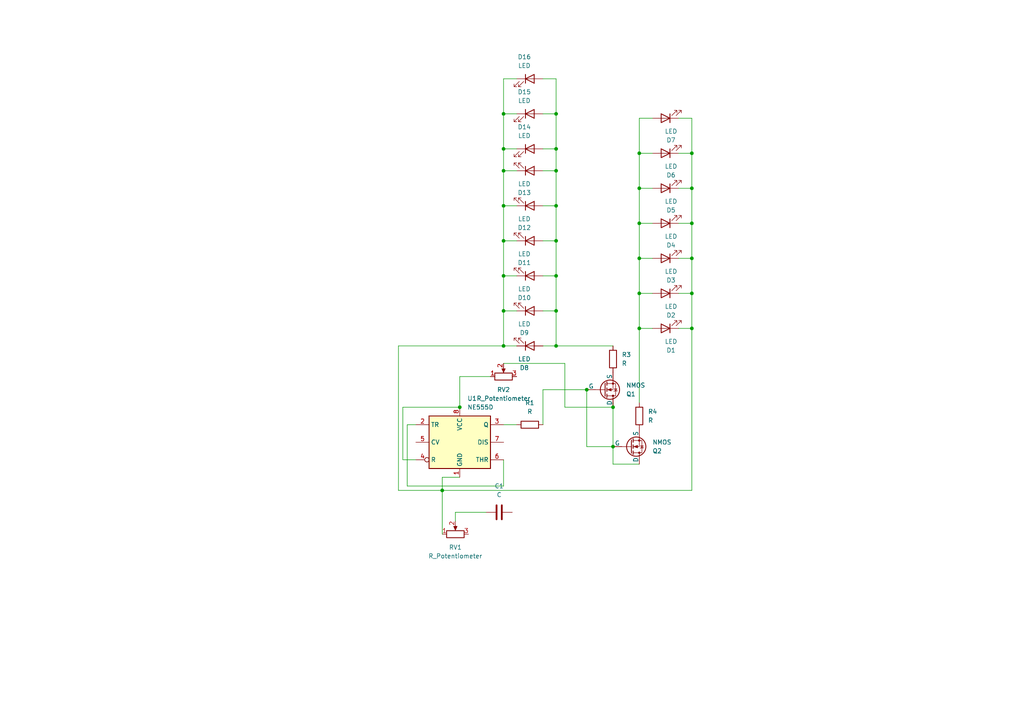
<source format=kicad_sch>
(kicad_sch (version 20230121) (generator eeschema)

  (uuid 7df09dd3-770b-4fea-902e-734988709198)

  (paper "A4")

  (lib_symbols
    (symbol "Device:C" (pin_numbers hide) (pin_names (offset 0.254)) (in_bom yes) (on_board yes)
      (property "Reference" "C" (at 0.635 2.54 0)
        (effects (font (size 1.27 1.27)) (justify left))
      )
      (property "Value" "C" (at 0.635 -2.54 0)
        (effects (font (size 1.27 1.27)) (justify left))
      )
      (property "Footprint" "" (at 0.9652 -3.81 0)
        (effects (font (size 1.27 1.27)) hide)
      )
      (property "Datasheet" "~" (at 0 0 0)
        (effects (font (size 1.27 1.27)) hide)
      )
      (property "ki_keywords" "cap capacitor" (at 0 0 0)
        (effects (font (size 1.27 1.27)) hide)
      )
      (property "ki_description" "Unpolarized capacitor" (at 0 0 0)
        (effects (font (size 1.27 1.27)) hide)
      )
      (property "ki_fp_filters" "C_*" (at 0 0 0)
        (effects (font (size 1.27 1.27)) hide)
      )
      (symbol "C_0_1"
        (polyline
          (pts
            (xy -2.032 -0.762)
            (xy 2.032 -0.762)
          )
          (stroke (width 0.508) (type default))
          (fill (type none))
        )
        (polyline
          (pts
            (xy -2.032 0.762)
            (xy 2.032 0.762)
          )
          (stroke (width 0.508) (type default))
          (fill (type none))
        )
      )
      (symbol "C_1_1"
        (pin passive line (at 0 3.81 270) (length 2.794)
          (name "~" (effects (font (size 1.27 1.27))))
          (number "1" (effects (font (size 1.27 1.27))))
        )
        (pin passive line (at 0 -3.81 90) (length 2.794)
          (name "~" (effects (font (size 1.27 1.27))))
          (number "2" (effects (font (size 1.27 1.27))))
        )
      )
    )
    (symbol "Device:LED" (pin_numbers hide) (pin_names (offset 1.016) hide) (in_bom yes) (on_board yes)
      (property "Reference" "D" (at 0 2.54 0)
        (effects (font (size 1.27 1.27)))
      )
      (property "Value" "LED" (at 0 -2.54 0)
        (effects (font (size 1.27 1.27)))
      )
      (property "Footprint" "" (at 0 0 0)
        (effects (font (size 1.27 1.27)) hide)
      )
      (property "Datasheet" "~" (at 0 0 0)
        (effects (font (size 1.27 1.27)) hide)
      )
      (property "ki_keywords" "LED diode" (at 0 0 0)
        (effects (font (size 1.27 1.27)) hide)
      )
      (property "ki_description" "Light emitting diode" (at 0 0 0)
        (effects (font (size 1.27 1.27)) hide)
      )
      (property "ki_fp_filters" "LED* LED_SMD:* LED_THT:*" (at 0 0 0)
        (effects (font (size 1.27 1.27)) hide)
      )
      (symbol "LED_0_1"
        (polyline
          (pts
            (xy -1.27 -1.27)
            (xy -1.27 1.27)
          )
          (stroke (width 0.254) (type default))
          (fill (type none))
        )
        (polyline
          (pts
            (xy -1.27 0)
            (xy 1.27 0)
          )
          (stroke (width 0) (type default))
          (fill (type none))
        )
        (polyline
          (pts
            (xy 1.27 -1.27)
            (xy 1.27 1.27)
            (xy -1.27 0)
            (xy 1.27 -1.27)
          )
          (stroke (width 0.254) (type default))
          (fill (type none))
        )
        (polyline
          (pts
            (xy -3.048 -0.762)
            (xy -4.572 -2.286)
            (xy -3.81 -2.286)
            (xy -4.572 -2.286)
            (xy -4.572 -1.524)
          )
          (stroke (width 0) (type default))
          (fill (type none))
        )
        (polyline
          (pts
            (xy -1.778 -0.762)
            (xy -3.302 -2.286)
            (xy -2.54 -2.286)
            (xy -3.302 -2.286)
            (xy -3.302 -1.524)
          )
          (stroke (width 0) (type default))
          (fill (type none))
        )
      )
      (symbol "LED_1_1"
        (pin passive line (at -3.81 0 0) (length 2.54)
          (name "K" (effects (font (size 1.27 1.27))))
          (number "1" (effects (font (size 1.27 1.27))))
        )
        (pin passive line (at 3.81 0 180) (length 2.54)
          (name "A" (effects (font (size 1.27 1.27))))
          (number "2" (effects (font (size 1.27 1.27))))
        )
      )
    )
    (symbol "Device:R" (pin_numbers hide) (pin_names (offset 0)) (in_bom yes) (on_board yes)
      (property "Reference" "R" (at 2.032 0 90)
        (effects (font (size 1.27 1.27)))
      )
      (property "Value" "R" (at 0 0 90)
        (effects (font (size 1.27 1.27)))
      )
      (property "Footprint" "" (at -1.778 0 90)
        (effects (font (size 1.27 1.27)) hide)
      )
      (property "Datasheet" "~" (at 0 0 0)
        (effects (font (size 1.27 1.27)) hide)
      )
      (property "ki_keywords" "R res resistor" (at 0 0 0)
        (effects (font (size 1.27 1.27)) hide)
      )
      (property "ki_description" "Resistor" (at 0 0 0)
        (effects (font (size 1.27 1.27)) hide)
      )
      (property "ki_fp_filters" "R_*" (at 0 0 0)
        (effects (font (size 1.27 1.27)) hide)
      )
      (symbol "R_0_1"
        (rectangle (start -1.016 -2.54) (end 1.016 2.54)
          (stroke (width 0.254) (type default))
          (fill (type none))
        )
      )
      (symbol "R_1_1"
        (pin passive line (at 0 3.81 270) (length 1.27)
          (name "~" (effects (font (size 1.27 1.27))))
          (number "1" (effects (font (size 1.27 1.27))))
        )
        (pin passive line (at 0 -3.81 90) (length 1.27)
          (name "~" (effects (font (size 1.27 1.27))))
          (number "2" (effects (font (size 1.27 1.27))))
        )
      )
    )
    (symbol "Device:R_Potentiometer" (pin_names (offset 1.016) hide) (in_bom yes) (on_board yes)
      (property "Reference" "RV" (at -4.445 0 90)
        (effects (font (size 1.27 1.27)))
      )
      (property "Value" "R_Potentiometer" (at -2.54 0 90)
        (effects (font (size 1.27 1.27)))
      )
      (property "Footprint" "" (at 0 0 0)
        (effects (font (size 1.27 1.27)) hide)
      )
      (property "Datasheet" "~" (at 0 0 0)
        (effects (font (size 1.27 1.27)) hide)
      )
      (property "ki_keywords" "resistor variable" (at 0 0 0)
        (effects (font (size 1.27 1.27)) hide)
      )
      (property "ki_description" "Potentiometer" (at 0 0 0)
        (effects (font (size 1.27 1.27)) hide)
      )
      (property "ki_fp_filters" "Potentiometer*" (at 0 0 0)
        (effects (font (size 1.27 1.27)) hide)
      )
      (symbol "R_Potentiometer_0_1"
        (polyline
          (pts
            (xy 2.54 0)
            (xy 1.524 0)
          )
          (stroke (width 0) (type default))
          (fill (type none))
        )
        (polyline
          (pts
            (xy 1.143 0)
            (xy 2.286 0.508)
            (xy 2.286 -0.508)
            (xy 1.143 0)
          )
          (stroke (width 0) (type default))
          (fill (type outline))
        )
        (rectangle (start 1.016 2.54) (end -1.016 -2.54)
          (stroke (width 0.254) (type default))
          (fill (type none))
        )
      )
      (symbol "R_Potentiometer_1_1"
        (pin passive line (at 0 3.81 270) (length 1.27)
          (name "1" (effects (font (size 1.27 1.27))))
          (number "1" (effects (font (size 1.27 1.27))))
        )
        (pin passive line (at 3.81 0 180) (length 1.27)
          (name "2" (effects (font (size 1.27 1.27))))
          (number "2" (effects (font (size 1.27 1.27))))
        )
        (pin passive line (at 0 -3.81 90) (length 1.27)
          (name "3" (effects (font (size 1.27 1.27))))
          (number "3" (effects (font (size 1.27 1.27))))
        )
      )
    )
    (symbol "Simulation_SPICE:NMOS" (pin_numbers hide) (pin_names (offset 0)) (in_bom yes) (on_board yes)
      (property "Reference" "Q" (at 5.08 1.27 0)
        (effects (font (size 1.27 1.27)) (justify left))
      )
      (property "Value" "NMOS" (at 5.08 -1.27 0)
        (effects (font (size 1.27 1.27)) (justify left))
      )
      (property "Footprint" "" (at 5.08 2.54 0)
        (effects (font (size 1.27 1.27)) hide)
      )
      (property "Datasheet" "https://ngspice.sourceforge.io/docs/ngspice-manual.pdf" (at 0 -12.7 0)
        (effects (font (size 1.27 1.27)) hide)
      )
      (property "Sim.Device" "NMOS" (at 0 -17.145 0)
        (effects (font (size 1.27 1.27)) hide)
      )
      (property "Sim.Type" "VDMOS" (at 0 -19.05 0)
        (effects (font (size 1.27 1.27)) hide)
      )
      (property "Sim.Pins" "1=D 2=G 3=S" (at 0 -15.24 0)
        (effects (font (size 1.27 1.27)) hide)
      )
      (property "ki_keywords" "transistor NMOS N-MOS N-MOSFET simulation" (at 0 0 0)
        (effects (font (size 1.27 1.27)) hide)
      )
      (property "ki_description" "N-MOSFET transistor, drain/source/gate" (at 0 0 0)
        (effects (font (size 1.27 1.27)) hide)
      )
      (symbol "NMOS_0_1"
        (polyline
          (pts
            (xy 0.254 0)
            (xy -2.54 0)
          )
          (stroke (width 0) (type default))
          (fill (type none))
        )
        (polyline
          (pts
            (xy 0.254 1.905)
            (xy 0.254 -1.905)
          )
          (stroke (width 0.254) (type default))
          (fill (type none))
        )
        (polyline
          (pts
            (xy 0.762 -1.27)
            (xy 0.762 -2.286)
          )
          (stroke (width 0.254) (type default))
          (fill (type none))
        )
        (polyline
          (pts
            (xy 0.762 0.508)
            (xy 0.762 -0.508)
          )
          (stroke (width 0.254) (type default))
          (fill (type none))
        )
        (polyline
          (pts
            (xy 0.762 2.286)
            (xy 0.762 1.27)
          )
          (stroke (width 0.254) (type default))
          (fill (type none))
        )
        (polyline
          (pts
            (xy 2.54 2.54)
            (xy 2.54 1.778)
          )
          (stroke (width 0) (type default))
          (fill (type none))
        )
        (polyline
          (pts
            (xy 2.54 -2.54)
            (xy 2.54 0)
            (xy 0.762 0)
          )
          (stroke (width 0) (type default))
          (fill (type none))
        )
        (polyline
          (pts
            (xy 0.762 -1.778)
            (xy 3.302 -1.778)
            (xy 3.302 1.778)
            (xy 0.762 1.778)
          )
          (stroke (width 0) (type default))
          (fill (type none))
        )
        (polyline
          (pts
            (xy 1.016 0)
            (xy 2.032 0.381)
            (xy 2.032 -0.381)
            (xy 1.016 0)
          )
          (stroke (width 0) (type default))
          (fill (type outline))
        )
        (polyline
          (pts
            (xy 2.794 0.508)
            (xy 2.921 0.381)
            (xy 3.683 0.381)
            (xy 3.81 0.254)
          )
          (stroke (width 0) (type default))
          (fill (type none))
        )
        (polyline
          (pts
            (xy 3.302 0.381)
            (xy 2.921 -0.254)
            (xy 3.683 -0.254)
            (xy 3.302 0.381)
          )
          (stroke (width 0) (type default))
          (fill (type none))
        )
        (circle (center 1.651 0) (radius 2.794)
          (stroke (width 0.254) (type default))
          (fill (type none))
        )
        (circle (center 2.54 -1.778) (radius 0.254)
          (stroke (width 0) (type default))
          (fill (type outline))
        )
        (circle (center 2.54 1.778) (radius 0.254)
          (stroke (width 0) (type default))
          (fill (type outline))
        )
      )
      (symbol "NMOS_1_1"
        (pin passive line (at 2.54 5.08 270) (length 2.54)
          (name "D" (effects (font (size 1.27 1.27))))
          (number "1" (effects (font (size 1.27 1.27))))
        )
        (pin input line (at -5.08 0 0) (length 2.54)
          (name "G" (effects (font (size 1.27 1.27))))
          (number "2" (effects (font (size 1.27 1.27))))
        )
        (pin passive line (at 2.54 -5.08 90) (length 2.54)
          (name "S" (effects (font (size 1.27 1.27))))
          (number "3" (effects (font (size 1.27 1.27))))
        )
      )
    )
    (symbol "Timer:NE555D" (in_bom yes) (on_board yes)
      (property "Reference" "U" (at -10.16 8.89 0)
        (effects (font (size 1.27 1.27)) (justify left))
      )
      (property "Value" "NE555D" (at 2.54 8.89 0)
        (effects (font (size 1.27 1.27)) (justify left))
      )
      (property "Footprint" "Package_SO:SOIC-8_3.9x4.9mm_P1.27mm" (at 21.59 -10.16 0)
        (effects (font (size 1.27 1.27)) hide)
      )
      (property "Datasheet" "http://www.ti.com/lit/ds/symlink/ne555.pdf" (at 21.59 -10.16 0)
        (effects (font (size 1.27 1.27)) hide)
      )
      (property "ki_keywords" "single timer 555" (at 0 0 0)
        (effects (font (size 1.27 1.27)) hide)
      )
      (property "ki_description" "Precision Timers, 555 compatible, SOIC-8" (at 0 0 0)
        (effects (font (size 1.27 1.27)) hide)
      )
      (property "ki_fp_filters" "SOIC*3.9x4.9mm*P1.27mm*" (at 0 0 0)
        (effects (font (size 1.27 1.27)) hide)
      )
      (symbol "NE555D_0_0"
        (pin power_in line (at 0 -10.16 90) (length 2.54)
          (name "GND" (effects (font (size 1.27 1.27))))
          (number "1" (effects (font (size 1.27 1.27))))
        )
        (pin power_in line (at 0 10.16 270) (length 2.54)
          (name "VCC" (effects (font (size 1.27 1.27))))
          (number "8" (effects (font (size 1.27 1.27))))
        )
      )
      (symbol "NE555D_0_1"
        (rectangle (start -8.89 -7.62) (end 8.89 7.62)
          (stroke (width 0.254) (type default))
          (fill (type background))
        )
        (rectangle (start -8.89 -7.62) (end 8.89 7.62)
          (stroke (width 0.254) (type default))
          (fill (type background))
        )
      )
      (symbol "NE555D_1_1"
        (pin input line (at -12.7 5.08 0) (length 3.81)
          (name "TR" (effects (font (size 1.27 1.27))))
          (number "2" (effects (font (size 1.27 1.27))))
        )
        (pin output line (at 12.7 5.08 180) (length 3.81)
          (name "Q" (effects (font (size 1.27 1.27))))
          (number "3" (effects (font (size 1.27 1.27))))
        )
        (pin input inverted (at -12.7 -5.08 0) (length 3.81)
          (name "R" (effects (font (size 1.27 1.27))))
          (number "4" (effects (font (size 1.27 1.27))))
        )
        (pin input line (at -12.7 0 0) (length 3.81)
          (name "CV" (effects (font (size 1.27 1.27))))
          (number "5" (effects (font (size 1.27 1.27))))
        )
        (pin input line (at 12.7 -5.08 180) (length 3.81)
          (name "THR" (effects (font (size 1.27 1.27))))
          (number "6" (effects (font (size 1.27 1.27))))
        )
        (pin input line (at 12.7 0 180) (length 3.81)
          (name "DIS" (effects (font (size 1.27 1.27))))
          (number "7" (effects (font (size 1.27 1.27))))
        )
      )
    )
  )

  (junction (at 200.66 74.93) (diameter 0) (color 0 0 0 0)
    (uuid 08d6e438-0550-417b-8f20-25c0006cec94)
  )
  (junction (at 161.29 49.53) (diameter 0) (color 0 0 0 0)
    (uuid 16923c5f-24a6-4960-8bd7-5460e10d3a3f)
  )
  (junction (at 200.66 95.25) (diameter 0) (color 0 0 0 0)
    (uuid 20d5d8eb-fbdb-4d72-bb2c-49278453b228)
  )
  (junction (at 170.18 113.03) (diameter 0) (color 0 0 0 0)
    (uuid 3a1ad5af-39a2-4cf3-8be2-2b9899f26aa5)
  )
  (junction (at 161.29 59.69) (diameter 0) (color 0 0 0 0)
    (uuid 3b061ad3-1cfc-45a0-a846-c90740a73c3f)
  )
  (junction (at 146.05 100.33) (diameter 0) (color 0 0 0 0)
    (uuid 3d2b1a4d-3363-4eed-92d2-04f32bf5ae5d)
  )
  (junction (at 146.05 33.02) (diameter 0) (color 0 0 0 0)
    (uuid 4a3c654c-4874-47ee-930b-9ecba300881b)
  )
  (junction (at 185.42 74.93) (diameter 0) (color 0 0 0 0)
    (uuid 52f08a26-2d82-4cf3-9623-7384bbd58a3b)
  )
  (junction (at 185.42 44.45) (diameter 0) (color 0 0 0 0)
    (uuid 6a1cd00c-adb7-4be3-954b-2130c1cb0f91)
  )
  (junction (at 128.27 142.24) (diameter 0) (color 0 0 0 0)
    (uuid 6f328a65-b53c-4a90-967d-47cea6e84b6c)
  )
  (junction (at 161.29 100.33) (diameter 0) (color 0 0 0 0)
    (uuid 73acc05b-6e09-403b-bb0e-73d3b90a0a22)
  )
  (junction (at 146.05 90.17) (diameter 0) (color 0 0 0 0)
    (uuid 744bd585-0b92-43a4-b342-ca3699ac25b8)
  )
  (junction (at 185.42 54.61) (diameter 0) (color 0 0 0 0)
    (uuid 76b27ae6-4216-4e45-908a-1a7189e501c2)
  )
  (junction (at 161.29 90.17) (diameter 0) (color 0 0 0 0)
    (uuid 7bb741be-59eb-46d2-88ea-31ae3f102da2)
  )
  (junction (at 133.35 118.11) (diameter 0) (color 0 0 0 0)
    (uuid 88021dba-9ea7-4f1a-9431-40a06805956d)
  )
  (junction (at 185.42 95.25) (diameter 0) (color 0 0 0 0)
    (uuid 92360c2f-c2d9-44a5-8b92-8b6df380e516)
  )
  (junction (at 185.42 85.09) (diameter 0) (color 0 0 0 0)
    (uuid 9a8c32d8-e0a4-48c5-a940-33c70cc0ea7b)
  )
  (junction (at 146.05 49.53) (diameter 0) (color 0 0 0 0)
    (uuid a83648b0-a48c-4534-87b7-b55d3a7006bf)
  )
  (junction (at 200.66 85.09) (diameter 0) (color 0 0 0 0)
    (uuid ad4b3c38-1064-4d27-9e59-dc7459ddc473)
  )
  (junction (at 161.29 80.01) (diameter 0) (color 0 0 0 0)
    (uuid b46db020-e859-4da1-9a14-d31fb5f9cc77)
  )
  (junction (at 146.05 69.85) (diameter 0) (color 0 0 0 0)
    (uuid c2400bc8-1b5d-4bca-aae4-05150abd68b1)
  )
  (junction (at 161.29 33.02) (diameter 0) (color 0 0 0 0)
    (uuid c36ea740-3de3-4b05-9b19-8c20419909e2)
  )
  (junction (at 146.05 59.69) (diameter 0) (color 0 0 0 0)
    (uuid c7d8aa12-e439-4834-b9d7-2957c1f71cb2)
  )
  (junction (at 200.66 44.45) (diameter 0) (color 0 0 0 0)
    (uuid c80ca23e-1ee7-4f77-aed3-44ce11175e1d)
  )
  (junction (at 200.66 54.61) (diameter 0) (color 0 0 0 0)
    (uuid c88b834f-10a2-4858-86af-2eab7cce2ecd)
  )
  (junction (at 177.8 129.54) (diameter 0) (color 0 0 0 0)
    (uuid ccc52405-65a1-41ff-9bf2-4525815841c3)
  )
  (junction (at 161.29 43.18) (diameter 0) (color 0 0 0 0)
    (uuid da022b7e-42f8-4060-9972-135ea2345d12)
  )
  (junction (at 177.8 118.11) (diameter 0) (color 0 0 0 0)
    (uuid e451777a-4f4a-435f-813e-992593b63d89)
  )
  (junction (at 185.42 64.77) (diameter 0) (color 0 0 0 0)
    (uuid e934142c-08ce-4f46-a918-68dfd2274645)
  )
  (junction (at 146.05 80.01) (diameter 0) (color 0 0 0 0)
    (uuid e9d86b9d-478d-471b-ab38-06b29db16c9f)
  )
  (junction (at 146.05 43.18) (diameter 0) (color 0 0 0 0)
    (uuid ee92c04d-de51-4136-a323-1ae0f6030f6e)
  )
  (junction (at 200.66 64.77) (diameter 0) (color 0 0 0 0)
    (uuid f177f062-9aba-4435-8aa5-557d5847f46c)
  )
  (junction (at 161.29 69.85) (diameter 0) (color 0 0 0 0)
    (uuid f287df2a-040a-4dbe-80b5-c3eb7c143719)
  )

  (wire (pts (xy 189.23 95.25) (xy 185.42 95.25))
    (stroke (width 0) (type default))
    (uuid 0110ca7c-231a-40ba-b4e2-aa61903ac8e6)
  )
  (wire (pts (xy 200.66 85.09) (xy 196.85 85.09))
    (stroke (width 0) (type default))
    (uuid 04cfc4ec-2422-495f-a2e9-5ca1d6fb796c)
  )
  (wire (pts (xy 146.05 59.69) (xy 146.05 49.53))
    (stroke (width 0) (type default))
    (uuid 0753d7e1-7699-40e7-be5b-c5e131fedad2)
  )
  (wire (pts (xy 115.57 142.24) (xy 128.27 142.24))
    (stroke (width 0) (type default))
    (uuid 084c1f66-382d-4e0b-a236-6423992b8f1e)
  )
  (wire (pts (xy 146.05 43.18) (xy 149.86 43.18))
    (stroke (width 0) (type default))
    (uuid 0bacfb68-a319-4a66-b4fb-499f7d8b603a)
  )
  (wire (pts (xy 146.05 80.01) (xy 146.05 90.17))
    (stroke (width 0) (type default))
    (uuid 0ddfd78d-ebb7-43af-9df8-3843f4747916)
  )
  (wire (pts (xy 161.29 43.18) (xy 157.48 43.18))
    (stroke (width 0) (type default))
    (uuid 0ef983eb-276d-43b1-9fbb-1b624dae17fd)
  )
  (wire (pts (xy 200.66 64.77) (xy 200.66 54.61))
    (stroke (width 0) (type default))
    (uuid 11fa62be-e89c-42bb-932f-73deb6fb8019)
  )
  (wire (pts (xy 146.05 80.01) (xy 146.05 69.85))
    (stroke (width 0) (type default))
    (uuid 172915b8-6f98-43ab-828f-d3c5288ec1fb)
  )
  (wire (pts (xy 161.29 49.53) (xy 157.48 49.53))
    (stroke (width 0) (type default))
    (uuid 175fa580-860d-4691-8d85-67893466842d)
  )
  (wire (pts (xy 200.66 54.61) (xy 200.66 44.45))
    (stroke (width 0) (type default))
    (uuid 18c6ce5c-99fd-431b-a951-1b6c9c6abdc9)
  )
  (wire (pts (xy 161.29 80.01) (xy 161.29 69.85))
    (stroke (width 0) (type default))
    (uuid 1c9d5132-c1a9-46da-be53-27b00b04e085)
  )
  (wire (pts (xy 146.05 133.35) (xy 146.05 140.97))
    (stroke (width 0) (type default))
    (uuid 1d8a4da9-2fb7-4b6a-beb5-88f05f5ecb86)
  )
  (wire (pts (xy 200.66 74.93) (xy 196.85 74.93))
    (stroke (width 0) (type default))
    (uuid 1de99781-882f-4f90-81ff-c4edbee254db)
  )
  (wire (pts (xy 163.83 118.11) (xy 177.8 118.11))
    (stroke (width 0) (type default))
    (uuid 1f192421-bead-4e46-afac-eb328cdc7a08)
  )
  (wire (pts (xy 200.66 95.25) (xy 200.66 142.24))
    (stroke (width 0) (type default))
    (uuid 21fbd086-18c4-47d8-aabb-c0e91e00b3dd)
  )
  (wire (pts (xy 157.48 100.33) (xy 161.29 100.33))
    (stroke (width 0) (type default))
    (uuid 23bf8e48-f6d9-47e2-91b2-82b009601d02)
  )
  (wire (pts (xy 185.42 134.62) (xy 177.8 134.62))
    (stroke (width 0) (type default))
    (uuid 2464d032-2304-4e10-9049-5e8bde42519d)
  )
  (wire (pts (xy 185.42 74.93) (xy 189.23 74.93))
    (stroke (width 0) (type default))
    (uuid 25f7245b-0def-4976-af47-0743c851d374)
  )
  (wire (pts (xy 146.05 100.33) (xy 149.86 100.33))
    (stroke (width 0) (type default))
    (uuid 26f1e06b-b105-4b28-9ac6-10c508d7b67f)
  )
  (wire (pts (xy 128.27 154.94) (xy 128.27 142.24))
    (stroke (width 0) (type default))
    (uuid 27df6004-d4e5-4d86-b4d8-9bca34f7e83e)
  )
  (wire (pts (xy 200.66 54.61) (xy 196.85 54.61))
    (stroke (width 0) (type default))
    (uuid 2a250b70-5c67-4c9b-ba4d-188fc68031cc)
  )
  (wire (pts (xy 200.66 142.24) (xy 128.27 142.24))
    (stroke (width 0) (type default))
    (uuid 2b122829-344b-4633-8f52-56c06da9bd2b)
  )
  (wire (pts (xy 157.48 59.69) (xy 161.29 59.69))
    (stroke (width 0) (type default))
    (uuid 2f9783bc-0091-4d47-a7f9-278632c851e3)
  )
  (wire (pts (xy 128.27 138.43) (xy 133.35 138.43))
    (stroke (width 0) (type default))
    (uuid 38bd849c-566c-4bfd-9d66-a1a3bbf1b763)
  )
  (wire (pts (xy 146.05 90.17) (xy 146.05 100.33))
    (stroke (width 0) (type default))
    (uuid 444946cf-7315-402d-beee-a117d9ef5735)
  )
  (wire (pts (xy 146.05 22.86) (xy 146.05 33.02))
    (stroke (width 0) (type default))
    (uuid 45934d97-4fdf-4e5e-b1d7-87a1196c87fb)
  )
  (wire (pts (xy 146.05 69.85) (xy 149.86 69.85))
    (stroke (width 0) (type default))
    (uuid 47ea088b-9188-4ffd-934c-4572d45cb81f)
  )
  (wire (pts (xy 146.05 33.02) (xy 146.05 43.18))
    (stroke (width 0) (type default))
    (uuid 48f967a2-61c4-451e-8a32-206a96122315)
  )
  (wire (pts (xy 189.23 54.61) (xy 185.42 54.61))
    (stroke (width 0) (type default))
    (uuid 5078e1ef-ffee-4d27-a30a-3007707eb6f0)
  )
  (wire (pts (xy 146.05 123.19) (xy 149.86 123.19))
    (stroke (width 0) (type default))
    (uuid 55e15a0a-f501-4ed6-b73d-8849f16756d9)
  )
  (wire (pts (xy 161.29 43.18) (xy 161.29 49.53))
    (stroke (width 0) (type default))
    (uuid 5a3a9375-691f-44e7-af4f-bd4478cd7591)
  )
  (wire (pts (xy 115.57 100.33) (xy 115.57 142.24))
    (stroke (width 0) (type default))
    (uuid 5eaaad64-39f5-41af-9c0d-d0d139cb8497)
  )
  (wire (pts (xy 116.84 118.11) (xy 133.35 118.11))
    (stroke (width 0) (type default))
    (uuid 5f4227e0-13af-4cbc-bd24-852ecc556748)
  )
  (wire (pts (xy 128.27 142.24) (xy 128.27 138.43))
    (stroke (width 0) (type default))
    (uuid 639a2db9-bcbc-464a-8da4-c1e5214da544)
  )
  (wire (pts (xy 189.23 85.09) (xy 185.42 85.09))
    (stroke (width 0) (type default))
    (uuid 64beec83-957e-4468-8063-eaf3a9179a35)
  )
  (wire (pts (xy 142.24 109.22) (xy 133.35 109.22))
    (stroke (width 0) (type default))
    (uuid 7685e361-7fe7-4ab7-a21e-ac7beb9e9a13)
  )
  (wire (pts (xy 118.11 140.97) (xy 118.11 123.19))
    (stroke (width 0) (type default))
    (uuid 76dc1eaa-d7c7-401e-8037-bcbaae5bb2f5)
  )
  (wire (pts (xy 200.66 34.29) (xy 200.66 44.45))
    (stroke (width 0) (type default))
    (uuid 78b5f922-8312-4e17-a191-e80c2bac27c5)
  )
  (wire (pts (xy 146.05 80.01) (xy 149.86 80.01))
    (stroke (width 0) (type default))
    (uuid 7c45f09f-ebdb-4b0f-a7a7-2a4ada0ce5e5)
  )
  (wire (pts (xy 118.11 123.19) (xy 120.65 123.19))
    (stroke (width 0) (type default))
    (uuid 7cfccc00-8e02-4067-8624-2f6531cdb2bd)
  )
  (wire (pts (xy 200.66 44.45) (xy 196.85 44.45))
    (stroke (width 0) (type default))
    (uuid 7ec37c96-e65f-4276-b169-499fbb3fd073)
  )
  (wire (pts (xy 161.29 22.86) (xy 161.29 33.02))
    (stroke (width 0) (type default))
    (uuid 8128f6ca-dcfb-4fb0-a01e-809a72c06721)
  )
  (wire (pts (xy 146.05 33.02) (xy 149.86 33.02))
    (stroke (width 0) (type default))
    (uuid 82adacda-de0b-4ece-aecf-70d37dc7bf2d)
  )
  (wire (pts (xy 185.42 95.25) (xy 185.42 116.84))
    (stroke (width 0) (type default))
    (uuid 84b605f3-e259-4bd3-b80a-00854019b32a)
  )
  (wire (pts (xy 163.83 105.41) (xy 163.83 118.11))
    (stroke (width 0) (type default))
    (uuid 89890ebf-78b3-4f45-87a8-256b10672ef7)
  )
  (wire (pts (xy 146.05 69.85) (xy 146.05 59.69))
    (stroke (width 0) (type default))
    (uuid 8af2e530-2a40-4a83-90fc-8cef82293f2f)
  )
  (wire (pts (xy 157.48 123.19) (xy 157.48 113.03))
    (stroke (width 0) (type default))
    (uuid 8d9c796c-5a15-47c6-833a-997d14b8088b)
  )
  (wire (pts (xy 161.29 100.33) (xy 177.8 100.33))
    (stroke (width 0) (type default))
    (uuid 9139d370-3267-4cb9-a4bd-4fdab227db35)
  )
  (wire (pts (xy 185.42 85.09) (xy 185.42 74.93))
    (stroke (width 0) (type default))
    (uuid 918756d5-7627-4ff7-9dc6-db5fda155f5d)
  )
  (wire (pts (xy 161.29 80.01) (xy 157.48 80.01))
    (stroke (width 0) (type default))
    (uuid 9ca77912-7ea7-4984-b702-a9a6b87a6d4c)
  )
  (wire (pts (xy 185.42 64.77) (xy 185.42 54.61))
    (stroke (width 0) (type default))
    (uuid 9cd4f66a-429e-4347-acbf-60a30e2beb73)
  )
  (wire (pts (xy 189.23 34.29) (xy 185.42 34.29))
    (stroke (width 0) (type default))
    (uuid 9f6f399b-e82f-4d10-b2ea-bd654a30a26a)
  )
  (wire (pts (xy 132.08 151.13) (xy 132.08 148.59))
    (stroke (width 0) (type default))
    (uuid 9fc6063a-b268-47bf-a83a-7d8c8d33c72b)
  )
  (wire (pts (xy 189.23 64.77) (xy 185.42 64.77))
    (stroke (width 0) (type default))
    (uuid a1571290-3352-4589-89f2-98f5a2906480)
  )
  (wire (pts (xy 146.05 22.86) (xy 149.86 22.86))
    (stroke (width 0) (type default))
    (uuid a15781d6-0330-4016-ae71-393873de6472)
  )
  (wire (pts (xy 185.42 64.77) (xy 185.42 74.93))
    (stroke (width 0) (type default))
    (uuid a88fb9b5-6f34-4996-bf70-1d5acd8d73e8)
  )
  (wire (pts (xy 157.48 33.02) (xy 161.29 33.02))
    (stroke (width 0) (type default))
    (uuid aa183ceb-aca9-466d-88e4-d01ee0236896)
  )
  (wire (pts (xy 170.18 113.03) (xy 170.18 129.54))
    (stroke (width 0) (type default))
    (uuid b0fbfbad-b66a-40ff-bcb8-fcd1fd0c0d74)
  )
  (wire (pts (xy 161.29 90.17) (xy 161.29 100.33))
    (stroke (width 0) (type default))
    (uuid b139dce2-4e6a-42d5-8493-505b183dbd02)
  )
  (wire (pts (xy 146.05 49.53) (xy 149.86 49.53))
    (stroke (width 0) (type default))
    (uuid b3c1e338-706f-4e1c-bcbc-45eb032aa35b)
  )
  (wire (pts (xy 177.8 116.84) (xy 177.8 118.11))
    (stroke (width 0) (type default))
    (uuid b482f8ce-82cc-41d2-bcb9-9bee87012bc3)
  )
  (wire (pts (xy 185.42 54.61) (xy 185.42 44.45))
    (stroke (width 0) (type default))
    (uuid b49c3ce1-1486-4453-8902-9428e81b0fc6)
  )
  (wire (pts (xy 177.8 118.11) (xy 177.8 129.54))
    (stroke (width 0) (type default))
    (uuid b558533b-6a72-4981-b8b6-d4ba110d0d7b)
  )
  (wire (pts (xy 161.29 69.85) (xy 161.29 59.69))
    (stroke (width 0) (type default))
    (uuid b6f241b3-2dae-493d-a7c6-94cbeb1351f1)
  )
  (wire (pts (xy 116.84 133.35) (xy 116.84 118.11))
    (stroke (width 0) (type default))
    (uuid b7602052-7221-4000-889d-d7ae219036c6)
  )
  (wire (pts (xy 146.05 100.33) (xy 115.57 100.33))
    (stroke (width 0) (type default))
    (uuid b764a776-69fd-477f-8e98-d94d24f6a2a1)
  )
  (wire (pts (xy 200.66 95.25) (xy 200.66 85.09))
    (stroke (width 0) (type default))
    (uuid b79a8f22-587c-4a99-9928-5bd8da585846)
  )
  (wire (pts (xy 200.66 85.09) (xy 200.66 74.93))
    (stroke (width 0) (type default))
    (uuid bc63bb45-1da8-4627-b48a-7af86b0c6fd3)
  )
  (wire (pts (xy 146.05 59.69) (xy 149.86 59.69))
    (stroke (width 0) (type default))
    (uuid bc958db2-ea8b-4635-9b6d-ecc5de57239f)
  )
  (wire (pts (xy 161.29 33.02) (xy 161.29 43.18))
    (stroke (width 0) (type default))
    (uuid c0bde7e1-f03d-43d2-8447-cc1a5df5fb4d)
  )
  (wire (pts (xy 146.05 140.97) (xy 118.11 140.97))
    (stroke (width 0) (type default))
    (uuid c22ce6d0-e916-4c20-af65-0249bd9e8bb3)
  )
  (wire (pts (xy 157.48 113.03) (xy 170.18 113.03))
    (stroke (width 0) (type default))
    (uuid c4e3d9ed-6e2d-4322-8bdc-9571efd40421)
  )
  (wire (pts (xy 200.66 64.77) (xy 196.85 64.77))
    (stroke (width 0) (type default))
    (uuid c61ae4f4-18ef-4289-9318-3dcba03ac552)
  )
  (wire (pts (xy 196.85 34.29) (xy 200.66 34.29))
    (stroke (width 0) (type default))
    (uuid c863da81-d62e-4463-a1de-983e89fdb601)
  )
  (wire (pts (xy 177.8 134.62) (xy 177.8 129.54))
    (stroke (width 0) (type default))
    (uuid c8dd687e-3c02-4492-bd91-52c0ee2d1ca5)
  )
  (wire (pts (xy 132.08 148.59) (xy 140.97 148.59))
    (stroke (width 0) (type default))
    (uuid ca06a475-58e0-4995-b931-0de930fecbf1)
  )
  (wire (pts (xy 120.65 133.35) (xy 116.84 133.35))
    (stroke (width 0) (type default))
    (uuid cc7f3901-45fc-4015-b0b9-c8150fbb6666)
  )
  (wire (pts (xy 185.42 44.45) (xy 189.23 44.45))
    (stroke (width 0) (type default))
    (uuid cf9d0e18-ee11-4692-95a7-1870e8307813)
  )
  (wire (pts (xy 146.05 43.18) (xy 146.05 49.53))
    (stroke (width 0) (type default))
    (uuid d076bd28-9c32-4e7e-9b49-a9891d3de671)
  )
  (wire (pts (xy 161.29 59.69) (xy 161.29 49.53))
    (stroke (width 0) (type default))
    (uuid d1cfce96-cb0e-443d-a47f-dc206301ca72)
  )
  (wire (pts (xy 161.29 80.01) (xy 161.29 90.17))
    (stroke (width 0) (type default))
    (uuid d60a77ee-24fd-4bad-b578-d247ac86146f)
  )
  (wire (pts (xy 200.66 95.25) (xy 196.85 95.25))
    (stroke (width 0) (type default))
    (uuid d79cde20-bb59-414b-9271-09e808f36e75)
  )
  (wire (pts (xy 146.05 105.41) (xy 163.83 105.41))
    (stroke (width 0) (type default))
    (uuid dba06c5b-202e-45a3-9bc7-27a73fac1b39)
  )
  (wire (pts (xy 157.48 69.85) (xy 161.29 69.85))
    (stroke (width 0) (type default))
    (uuid e3f15425-c41b-4014-bd8a-adb2350fc0a6)
  )
  (wire (pts (xy 146.05 90.17) (xy 149.86 90.17))
    (stroke (width 0) (type default))
    (uuid e8e75e5a-6080-4cd5-86e2-c3e2f0259fac)
  )
  (wire (pts (xy 200.66 64.77) (xy 200.66 74.93))
    (stroke (width 0) (type default))
    (uuid ee43c754-fc7a-4600-88e1-cd79274c3fad)
  )
  (wire (pts (xy 161.29 90.17) (xy 157.48 90.17))
    (stroke (width 0) (type default))
    (uuid ef37c458-35d6-4850-aa37-0a8573d49b4a)
  )
  (wire (pts (xy 177.8 129.54) (xy 170.18 129.54))
    (stroke (width 0) (type default))
    (uuid f3927cb9-cb77-4eae-8e0d-0fdd4447bc6d)
  )
  (wire (pts (xy 133.35 109.22) (xy 133.35 118.11))
    (stroke (width 0) (type default))
    (uuid f519cdfd-f325-4479-9244-71062984926d)
  )
  (wire (pts (xy 185.42 34.29) (xy 185.42 44.45))
    (stroke (width 0) (type default))
    (uuid f59cdc4a-ceb7-40d7-a064-c17117bc63a6)
  )
  (wire (pts (xy 157.48 22.86) (xy 161.29 22.86))
    (stroke (width 0) (type default))
    (uuid f5dc2557-3841-4842-8701-d63127fa1757)
  )
  (wire (pts (xy 185.42 95.25) (xy 185.42 85.09))
    (stroke (width 0) (type default))
    (uuid f9130e5a-da37-4c1d-a03e-5108317dedff)
  )

  (symbol (lib_id "Simulation_SPICE:NMOS") (at 175.26 113.03 0) (mirror x) (unit 1)
    (in_bom yes) (on_board yes) (dnp no)
    (uuid 055741f3-9637-4e26-9330-30d95c62163d)
    (property "Reference" "Q1" (at 181.61 114.3 0)
      (effects (font (size 1.27 1.27)) (justify left))
    )
    (property "Value" "NMOS" (at 181.61 111.76 0)
      (effects (font (size 1.27 1.27)) (justify left))
    )
    (property "Footprint" "" (at 180.34 115.57 0)
      (effects (font (size 1.27 1.27)) hide)
    )
    (property "Datasheet" "https://ngspice.sourceforge.io/docs/ngspice-manual.pdf" (at 175.26 100.33 0)
      (effects (font (size 1.27 1.27)) hide)
    )
    (property "Sim.Device" "NMOS" (at 175.26 95.885 0)
      (effects (font (size 1.27 1.27)) hide)
    )
    (property "Sim.Type" "VDMOS" (at 175.26 93.98 0)
      (effects (font (size 1.27 1.27)) hide)
    )
    (property "Sim.Pins" "1=D 2=G 3=S" (at 175.26 97.79 0)
      (effects (font (size 1.27 1.27)) hide)
    )
    (pin "3" (uuid 1f976e3a-118b-44d8-9a0b-57f6143bc83b))
    (pin "1" (uuid dc65b578-5cb4-4303-8830-20458000ae15))
    (pin "2" (uuid 3257c4d2-d2af-4840-b343-1ca48f8998ec))
    (instances
      (project "CORAZON LEDS CON FADE"
        (path "/7df09dd3-770b-4fea-902e-734988709198"
          (reference "Q1") (unit 1)
        )
      )
    )
  )

  (symbol (lib_id "Device:LED") (at 153.67 43.18 0) (unit 1)
    (in_bom yes) (on_board yes) (dnp no) (fields_autoplaced)
    (uuid 0b74fb40-f2a7-48a5-b7bb-966eb31c234c)
    (property "Reference" "D14" (at 152.0825 36.83 0)
      (effects (font (size 1.27 1.27)))
    )
    (property "Value" "LED" (at 152.0825 39.37 0)
      (effects (font (size 1.27 1.27)))
    )
    (property "Footprint" "LED_THT:LED_D4.0mm" (at 153.67 43.18 0)
      (effects (font (size 1.27 1.27)) hide)
    )
    (property "Datasheet" "~" (at 153.67 43.18 0)
      (effects (font (size 1.27 1.27)) hide)
    )
    (pin "2" (uuid 754cd009-3fee-4a71-b2c6-926e058d095e))
    (pin "1" (uuid c87e4f25-71c7-4610-b3fd-982536125e69))
    (instances
      (project "CORAZON LEDS CON FADE"
        (path "/7df09dd3-770b-4fea-902e-734988709198"
          (reference "D14") (unit 1)
        )
      )
    )
  )

  (symbol (lib_id "Device:LED") (at 153.67 90.17 0) (mirror x) (unit 1)
    (in_bom yes) (on_board yes) (dnp no) (fields_autoplaced)
    (uuid 0e08bdf1-70b0-41ee-a1b8-5d21f3ec896c)
    (property "Reference" "D9" (at 152.0825 96.52 0)
      (effects (font (size 1.27 1.27)))
    )
    (property "Value" "LED" (at 152.0825 93.98 0)
      (effects (font (size 1.27 1.27)))
    )
    (property "Footprint" "LED_THT:LED_D4.0mm" (at 153.67 90.17 0)
      (effects (font (size 1.27 1.27)) hide)
    )
    (property "Datasheet" "~" (at 153.67 90.17 0)
      (effects (font (size 1.27 1.27)) hide)
    )
    (pin "2" (uuid fbb0ac15-598d-4014-b375-768fb1a409c8))
    (pin "1" (uuid b579ad28-be7d-41f5-a065-cf4ea71dd7fc))
    (instances
      (project "CORAZON LEDS CON FADE"
        (path "/7df09dd3-770b-4fea-902e-734988709198"
          (reference "D9") (unit 1)
        )
      )
    )
  )

  (symbol (lib_id "Device:LED") (at 153.67 33.02 0) (unit 1)
    (in_bom yes) (on_board yes) (dnp no) (fields_autoplaced)
    (uuid 122a174f-ae41-4495-9b95-dcc694015f41)
    (property "Reference" "D15" (at 152.0825 26.67 0)
      (effects (font (size 1.27 1.27)))
    )
    (property "Value" "LED" (at 152.0825 29.21 0)
      (effects (font (size 1.27 1.27)))
    )
    (property "Footprint" "LED_THT:LED_D4.0mm" (at 153.67 33.02 0)
      (effects (font (size 1.27 1.27)) hide)
    )
    (property "Datasheet" "~" (at 153.67 33.02 0)
      (effects (font (size 1.27 1.27)) hide)
    )
    (pin "2" (uuid 754cd009-3fee-4a71-b2c6-926e058d095f))
    (pin "1" (uuid c87e4f25-71c7-4610-b3fd-982536125e6a))
    (instances
      (project "CORAZON LEDS CON FADE"
        (path "/7df09dd3-770b-4fea-902e-734988709198"
          (reference "D15") (unit 1)
        )
      )
    )
  )

  (symbol (lib_id "Device:LED") (at 193.04 85.09 180) (unit 1)
    (in_bom yes) (on_board yes) (dnp no) (fields_autoplaced)
    (uuid 252854e6-8322-49bd-8720-a59a42de5772)
    (property "Reference" "D2" (at 194.6275 91.44 0)
      (effects (font (size 1.27 1.27)))
    )
    (property "Value" "LED" (at 194.6275 88.9 0)
      (effects (font (size 1.27 1.27)))
    )
    (property "Footprint" "LED_THT:LED_D4.0mm" (at 193.04 85.09 0)
      (effects (font (size 1.27 1.27)) hide)
    )
    (property "Datasheet" "~" (at 193.04 85.09 0)
      (effects (font (size 1.27 1.27)) hide)
    )
    (pin "2" (uuid 487c4dc4-518c-4140-b0d5-c3934a1c25cb))
    (pin "1" (uuid 5bef0fbf-c224-4d54-9092-ee1f662d1354))
    (instances
      (project "CORAZON LEDS CON FADE"
        (path "/7df09dd3-770b-4fea-902e-734988709198"
          (reference "D2") (unit 1)
        )
      )
    )
  )

  (symbol (lib_id "Device:R_Potentiometer") (at 146.05 109.22 90) (unit 1)
    (in_bom yes) (on_board yes) (dnp no) (fields_autoplaced)
    (uuid 28a22565-c8cc-4c35-a6a2-7a72c20b4bf3)
    (property "Reference" "RV2" (at 146.05 113.03 90)
      (effects (font (size 1.27 1.27)))
    )
    (property "Value" "R_Potentiometer" (at 146.05 115.57 90)
      (effects (font (size 1.27 1.27)))
    )
    (property "Footprint" "" (at 146.05 109.22 0)
      (effects (font (size 1.27 1.27)) hide)
    )
    (property "Datasheet" "~" (at 146.05 109.22 0)
      (effects (font (size 1.27 1.27)) hide)
    )
    (pin "3" (uuid 1543de8d-cf23-48c9-9316-3d2e91d11501))
    (pin "1" (uuid cb221eef-a588-407d-9611-698803e90868))
    (pin "2" (uuid c2d04007-403a-4c41-bba6-52475f930c5d))
    (instances
      (project "CORAZON LEDS CON FADE"
        (path "/7df09dd3-770b-4fea-902e-734988709198"
          (reference "RV2") (unit 1)
        )
      )
    )
  )

  (symbol (lib_id "Device:LED") (at 153.67 69.85 0) (mirror x) (unit 1)
    (in_bom yes) (on_board yes) (dnp no)
    (uuid 3a19acbf-3321-4b5e-a28c-c176308fb093)
    (property "Reference" "D11" (at 152.0825 76.2 0)
      (effects (font (size 1.27 1.27)))
    )
    (property "Value" "LED" (at 152.0825 73.66 0)
      (effects (font (size 1.27 1.27)))
    )
    (property "Footprint" "LED_THT:LED_D4.0mm" (at 153.67 69.85 0)
      (effects (font (size 1.27 1.27)) hide)
    )
    (property "Datasheet" "~" (at 153.67 69.85 0)
      (effects (font (size 1.27 1.27)) hide)
    )
    (pin "2" (uuid 77d20552-b4e2-42d0-a3a5-8a546c532d31))
    (pin "1" (uuid 3799c629-1a80-4a22-8439-5cffc3b33339))
    (instances
      (project "CORAZON LEDS CON FADE"
        (path "/7df09dd3-770b-4fea-902e-734988709198"
          (reference "D11") (unit 1)
        )
      )
    )
  )

  (symbol (lib_id "Device:LED") (at 193.04 54.61 180) (unit 1)
    (in_bom yes) (on_board yes) (dnp no) (fields_autoplaced)
    (uuid 51a87100-982f-47ce-85e3-fa710a1decd2)
    (property "Reference" "D5" (at 194.6275 60.96 0)
      (effects (font (size 1.27 1.27)))
    )
    (property "Value" "LED" (at 194.6275 58.42 0)
      (effects (font (size 1.27 1.27)))
    )
    (property "Footprint" "LED_THT:LED_D4.0mm" (at 193.04 54.61 0)
      (effects (font (size 1.27 1.27)) hide)
    )
    (property "Datasheet" "~" (at 193.04 54.61 0)
      (effects (font (size 1.27 1.27)) hide)
    )
    (pin "2" (uuid 0459887f-649d-4559-bf53-7e4f08a2cf80))
    (pin "1" (uuid 84fa18c9-9282-4aca-9f6a-da2b0f080cd6))
    (instances
      (project "CORAZON LEDS CON FADE"
        (path "/7df09dd3-770b-4fea-902e-734988709198"
          (reference "D5") (unit 1)
        )
      )
    )
  )

  (symbol (lib_id "Simulation_SPICE:NMOS") (at 182.88 129.54 0) (mirror x) (unit 1)
    (in_bom yes) (on_board yes) (dnp no)
    (uuid 5f9c33c0-b52d-4b13-b0ed-0254a49863be)
    (property "Reference" "Q2" (at 189.23 130.81 0)
      (effects (font (size 1.27 1.27)) (justify left))
    )
    (property "Value" "NMOS" (at 189.23 128.27 0)
      (effects (font (size 1.27 1.27)) (justify left))
    )
    (property "Footprint" "" (at 187.96 132.08 0)
      (effects (font (size 1.27 1.27)) hide)
    )
    (property "Datasheet" "https://ngspice.sourceforge.io/docs/ngspice-manual.pdf" (at 182.88 116.84 0)
      (effects (font (size 1.27 1.27)) hide)
    )
    (property "Sim.Device" "NMOS" (at 182.88 112.395 0)
      (effects (font (size 1.27 1.27)) hide)
    )
    (property "Sim.Type" "VDMOS" (at 182.88 110.49 0)
      (effects (font (size 1.27 1.27)) hide)
    )
    (property "Sim.Pins" "1=D 2=G 3=S" (at 182.88 114.3 0)
      (effects (font (size 1.27 1.27)) hide)
    )
    (pin "3" (uuid 1f976e3a-118b-44d8-9a0b-57f6143bc83b))
    (pin "1" (uuid dc65b578-5cb4-4303-8830-20458000ae15))
    (pin "2" (uuid 3257c4d2-d2af-4840-b343-1ca48f8998ec))
    (instances
      (project "CORAZON LEDS CON FADE"
        (path "/7df09dd3-770b-4fea-902e-734988709198"
          (reference "Q2") (unit 1)
        )
      )
    )
  )

  (symbol (lib_id "Device:LED") (at 153.67 49.53 0) (mirror x) (unit 1)
    (in_bom yes) (on_board yes) (dnp no) (fields_autoplaced)
    (uuid 6b52252c-79a5-4b9c-8715-b90bc9023ee1)
    (property "Reference" "D13" (at 152.0825 55.88 0)
      (effects (font (size 1.27 1.27)))
    )
    (property "Value" "LED" (at 152.0825 53.34 0)
      (effects (font (size 1.27 1.27)))
    )
    (property "Footprint" "LED_THT:LED_D4.0mm" (at 153.67 49.53 0)
      (effects (font (size 1.27 1.27)) hide)
    )
    (property "Datasheet" "~" (at 153.67 49.53 0)
      (effects (font (size 1.27 1.27)) hide)
    )
    (pin "2" (uuid 73b47b26-2435-4cb1-8597-60978a11e636))
    (pin "1" (uuid a0d38257-02b6-40db-ab82-06d287103a9f))
    (instances
      (project "CORAZON LEDS CON FADE"
        (path "/7df09dd3-770b-4fea-902e-734988709198"
          (reference "D13") (unit 1)
        )
      )
    )
  )

  (symbol (lib_id "Device:R_Potentiometer") (at 132.08 154.94 90) (unit 1)
    (in_bom yes) (on_board yes) (dnp no) (fields_autoplaced)
    (uuid 6e9232e1-1f0e-4027-b3ba-499619b4656b)
    (property "Reference" "RV1" (at 132.08 158.75 90)
      (effects (font (size 1.27 1.27)))
    )
    (property "Value" "R_Potentiometer" (at 132.08 161.29 90)
      (effects (font (size 1.27 1.27)))
    )
    (property "Footprint" "" (at 132.08 154.94 0)
      (effects (font (size 1.27 1.27)) hide)
    )
    (property "Datasheet" "~" (at 132.08 154.94 0)
      (effects (font (size 1.27 1.27)) hide)
    )
    (pin "3" (uuid cb383ee5-bad3-4345-8997-de65797cd289))
    (pin "2" (uuid 6b63ef49-ccdf-4134-aaad-0da6d3916a55))
    (pin "1" (uuid 978783ec-86f1-4f34-8c9d-ef5ad1f0079c))
    (instances
      (project "CORAZON LEDS CON FADE"
        (path "/7df09dd3-770b-4fea-902e-734988709198"
          (reference "RV1") (unit 1)
        )
      )
    )
  )

  (symbol (lib_id "Device:R") (at 185.42 120.65 180) (unit 1)
    (in_bom yes) (on_board yes) (dnp no) (fields_autoplaced)
    (uuid 7c16257b-a4e1-4610-9b0c-35dd66b58eef)
    (property "Reference" "R4" (at 187.96 119.38 0)
      (effects (font (size 1.27 1.27)) (justify right))
    )
    (property "Value" "R" (at 187.96 121.92 0)
      (effects (font (size 1.27 1.27)) (justify right))
    )
    (property "Footprint" "" (at 187.198 120.65 90)
      (effects (font (size 1.27 1.27)) hide)
    )
    (property "Datasheet" "~" (at 185.42 120.65 0)
      (effects (font (size 1.27 1.27)) hide)
    )
    (pin "2" (uuid a3073c9a-4a20-4cad-b604-c8e2c1b034bb))
    (pin "1" (uuid cb9c726e-c31d-4919-9ae2-4f4d90bad7f8))
    (instances
      (project "CORAZON LEDS CON FADE"
        (path "/7df09dd3-770b-4fea-902e-734988709198"
          (reference "R4") (unit 1)
        )
      )
    )
  )

  (symbol (lib_id "Device:LED") (at 153.67 22.86 0) (unit 1)
    (in_bom yes) (on_board yes) (dnp no) (fields_autoplaced)
    (uuid 80ef278d-e31b-475d-aad9-e443244be896)
    (property "Reference" "D16" (at 152.0825 16.51 0)
      (effects (font (size 1.27 1.27)))
    )
    (property "Value" "LED" (at 152.0825 19.05 0)
      (effects (font (size 1.27 1.27)))
    )
    (property "Footprint" "LED_THT:LED_D4.0mm" (at 153.67 22.86 0)
      (effects (font (size 1.27 1.27)) hide)
    )
    (property "Datasheet" "~" (at 153.67 22.86 0)
      (effects (font (size 1.27 1.27)) hide)
    )
    (pin "2" (uuid 754cd009-3fee-4a71-b2c6-926e058d0960))
    (pin "1" (uuid c87e4f25-71c7-4610-b3fd-982536125e6b))
    (instances
      (project "CORAZON LEDS CON FADE"
        (path "/7df09dd3-770b-4fea-902e-734988709198"
          (reference "D16") (unit 1)
        )
      )
    )
  )

  (symbol (lib_id "Device:LED") (at 193.04 44.45 180) (unit 1)
    (in_bom yes) (on_board yes) (dnp no) (fields_autoplaced)
    (uuid 94e6acbb-7827-4484-8ab7-2df997d00e82)
    (property "Reference" "D6" (at 194.6275 50.8 0)
      (effects (font (size 1.27 1.27)))
    )
    (property "Value" "LED" (at 194.6275 48.26 0)
      (effects (font (size 1.27 1.27)))
    )
    (property "Footprint" "LED_THT:LED_D4.0mm" (at 193.04 44.45 0)
      (effects (font (size 1.27 1.27)) hide)
    )
    (property "Datasheet" "~" (at 193.04 44.45 0)
      (effects (font (size 1.27 1.27)) hide)
    )
    (pin "2" (uuid 1ae095ae-6fed-4fc5-bd6f-4f8a39ec9f1d))
    (pin "1" (uuid 591f773e-87e7-4745-821d-933e6d6cde53))
    (instances
      (project "CORAZON LEDS CON FADE"
        (path "/7df09dd3-770b-4fea-902e-734988709198"
          (reference "D6") (unit 1)
        )
      )
    )
  )

  (symbol (lib_id "Device:LED") (at 153.67 80.01 0) (mirror x) (unit 1)
    (in_bom yes) (on_board yes) (dnp no)
    (uuid 9f6e5f3a-9829-454f-994e-51bc78be061e)
    (property "Reference" "D10" (at 152.0825 86.36 0)
      (effects (font (size 1.27 1.27)))
    )
    (property "Value" "LED" (at 152.0825 83.82 0)
      (effects (font (size 1.27 1.27)))
    )
    (property "Footprint" "LED_THT:LED_D4.0mm" (at 153.67 80.01 0)
      (effects (font (size 1.27 1.27)) hide)
    )
    (property "Datasheet" "~" (at 153.67 80.01 0)
      (effects (font (size 1.27 1.27)) hide)
    )
    (pin "2" (uuid 85f0261d-1019-41f5-9a5b-1df8e2deb0c7))
    (pin "1" (uuid 4f9cb0c3-800c-4ec3-aa58-856c6b68e731))
    (instances
      (project "CORAZON LEDS CON FADE"
        (path "/7df09dd3-770b-4fea-902e-734988709198"
          (reference "D10") (unit 1)
        )
      )
    )
  )

  (symbol (lib_id "Device:R") (at 177.8 104.14 180) (unit 1)
    (in_bom yes) (on_board yes) (dnp no) (fields_autoplaced)
    (uuid a5e2a825-80bd-4f2a-a737-93e39a5e0e06)
    (property "Reference" "R3" (at 180.34 102.87 0)
      (effects (font (size 1.27 1.27)) (justify right))
    )
    (property "Value" "R" (at 180.34 105.41 0)
      (effects (font (size 1.27 1.27)) (justify right))
    )
    (property "Footprint" "" (at 179.578 104.14 90)
      (effects (font (size 1.27 1.27)) hide)
    )
    (property "Datasheet" "~" (at 177.8 104.14 0)
      (effects (font (size 1.27 1.27)) hide)
    )
    (pin "2" (uuid 17214c92-e14b-48d9-982c-ab9232a9b4b7))
    (pin "1" (uuid 673f5ea6-44ff-496f-9aa1-46631b75b9d3))
    (instances
      (project "CORAZON LEDS CON FADE"
        (path "/7df09dd3-770b-4fea-902e-734988709198"
          (reference "R3") (unit 1)
        )
      )
    )
  )

  (symbol (lib_id "Device:LED") (at 193.04 74.93 180) (unit 1)
    (in_bom yes) (on_board yes) (dnp no) (fields_autoplaced)
    (uuid c0bafda9-4426-459d-ae0d-4406e9231d45)
    (property "Reference" "D3" (at 194.6275 81.28 0)
      (effects (font (size 1.27 1.27)))
    )
    (property "Value" "LED" (at 194.6275 78.74 0)
      (effects (font (size 1.27 1.27)))
    )
    (property "Footprint" "LED_THT:LED_D4.0mm" (at 193.04 74.93 0)
      (effects (font (size 1.27 1.27)) hide)
    )
    (property "Datasheet" "~" (at 193.04 74.93 0)
      (effects (font (size 1.27 1.27)) hide)
    )
    (pin "2" (uuid fe1bf904-1a02-48b1-b70f-ae13e10f260d))
    (pin "1" (uuid 031bee44-5119-4aed-977d-5e6d599ef829))
    (instances
      (project "CORAZON LEDS CON FADE"
        (path "/7df09dd3-770b-4fea-902e-734988709198"
          (reference "D3") (unit 1)
        )
      )
    )
  )

  (symbol (lib_id "Device:LED") (at 153.67 59.69 0) (mirror x) (unit 1)
    (in_bom yes) (on_board yes) (dnp no) (fields_autoplaced)
    (uuid c31f99e4-c98c-41e2-a943-ec098c7322a2)
    (property "Reference" "D12" (at 152.0825 66.04 0)
      (effects (font (size 1.27 1.27)))
    )
    (property "Value" "LED" (at 152.0825 63.5 0)
      (effects (font (size 1.27 1.27)))
    )
    (property "Footprint" "LED_THT:LED_D4.0mm" (at 153.67 59.69 0)
      (effects (font (size 1.27 1.27)) hide)
    )
    (property "Datasheet" "~" (at 153.67 59.69 0)
      (effects (font (size 1.27 1.27)) hide)
    )
    (pin "2" (uuid 056de362-411b-4f3a-a7e8-3ed262f25b6c))
    (pin "1" (uuid 01574583-60bf-45d4-aaaa-460ab49e6861))
    (instances
      (project "CORAZON LEDS CON FADE"
        (path "/7df09dd3-770b-4fea-902e-734988709198"
          (reference "D12") (unit 1)
        )
      )
    )
  )

  (symbol (lib_id "Device:LED") (at 193.04 64.77 180) (unit 1)
    (in_bom yes) (on_board yes) (dnp no) (fields_autoplaced)
    (uuid c46221c8-23f6-42af-9333-ca0353fb777e)
    (property "Reference" "D4" (at 194.6275 71.12 0)
      (effects (font (size 1.27 1.27)))
    )
    (property "Value" "LED" (at 194.6275 68.58 0)
      (effects (font (size 1.27 1.27)))
    )
    (property "Footprint" "LED_THT:LED_D4.0mm" (at 193.04 64.77 0)
      (effects (font (size 1.27 1.27)) hide)
    )
    (property "Datasheet" "~" (at 193.04 64.77 0)
      (effects (font (size 1.27 1.27)) hide)
    )
    (pin "2" (uuid d4750f41-d777-4d43-9faf-71f1093ccf32))
    (pin "1" (uuid 7eeb51ef-8120-493b-86fc-11b68b5bf266))
    (instances
      (project "CORAZON LEDS CON FADE"
        (path "/7df09dd3-770b-4fea-902e-734988709198"
          (reference "D4") (unit 1)
        )
      )
    )
  )

  (symbol (lib_id "Timer:NE555D") (at 133.35 128.27 0) (unit 1)
    (in_bom yes) (on_board yes) (dnp no) (fields_autoplaced)
    (uuid cb47ee76-a3f9-4cf6-abfa-b987025108fd)
    (property "Reference" "U1" (at 135.5441 115.57 0)
      (effects (font (size 1.27 1.27)) (justify left))
    )
    (property "Value" "NE555D" (at 135.5441 118.11 0)
      (effects (font (size 1.27 1.27)) (justify left))
    )
    (property "Footprint" "Package_SO:SOIC-8_3.9x4.9mm_P1.27mm" (at 154.94 138.43 0)
      (effects (font (size 1.27 1.27)) hide)
    )
    (property "Datasheet" "http://www.ti.com/lit/ds/symlink/ne555.pdf" (at 154.94 138.43 0)
      (effects (font (size 1.27 1.27)) hide)
    )
    (pin "2" (uuid 93c52a6b-b081-4d79-a7d7-34435899a419))
    (pin "7" (uuid 809c32d5-fa7d-4070-8634-52eaca2866a7))
    (pin "3" (uuid 171e62d6-2801-4cbd-a7cd-5aa70eaaa149))
    (pin "6" (uuid 123a9a44-46d6-4bc7-aade-3760b97c67e0))
    (pin "4" (uuid bf8eaaa7-cf2e-4528-83fe-1123df5c4540))
    (pin "8" (uuid 3e47f386-c9ad-4e1f-b3b3-901dfbf4a030))
    (pin "1" (uuid 4d2962c1-e3cc-4b7f-bb7f-82bd61290b45))
    (pin "5" (uuid c221e18e-8a1b-4014-9d83-017425f04a01))
    (instances
      (project "CORAZON LEDS CON FADE"
        (path "/7df09dd3-770b-4fea-902e-734988709198"
          (reference "U1") (unit 1)
        )
      )
    )
  )

  (symbol (lib_id "Device:C") (at 144.78 148.59 90) (unit 1)
    (in_bom yes) (on_board yes) (dnp no) (fields_autoplaced)
    (uuid d93b2df8-72a7-4158-b3a7-4d8694e9307a)
    (property "Reference" "C1" (at 144.78 140.97 90)
      (effects (font (size 1.27 1.27)))
    )
    (property "Value" "C" (at 144.78 143.51 90)
      (effects (font (size 1.27 1.27)))
    )
    (property "Footprint" "" (at 148.59 147.6248 0)
      (effects (font (size 1.27 1.27)) hide)
    )
    (property "Datasheet" "~" (at 144.78 148.59 0)
      (effects (font (size 1.27 1.27)) hide)
    )
    (pin "1" (uuid ecf7b4df-88f0-4331-b775-3acd10373909))
    (pin "2" (uuid d1a15810-df5b-4b88-9520-e5d1c2e8a205))
    (instances
      (project "CORAZON LEDS CON FADE"
        (path "/7df09dd3-770b-4fea-902e-734988709198"
          (reference "C1") (unit 1)
        )
      )
    )
  )

  (symbol (lib_id "Device:LED") (at 193.04 34.29 180) (unit 1)
    (in_bom yes) (on_board yes) (dnp no)
    (uuid d9fc8f22-127a-411f-a875-3e2cf49943e3)
    (property "Reference" "D7" (at 194.6275 40.64 0)
      (effects (font (size 1.27 1.27)))
    )
    (property "Value" "LED" (at 194.6275 38.1 0)
      (effects (font (size 1.27 1.27)))
    )
    (property "Footprint" "LED_THT:LED_D4.0mm" (at 193.04 34.29 0)
      (effects (font (size 1.27 1.27)) hide)
    )
    (property "Datasheet" "~" (at 193.04 34.29 0)
      (effects (font (size 1.27 1.27)) hide)
    )
    (pin "2" (uuid 80066247-3210-4772-8f84-15e228bafb5d))
    (pin "1" (uuid 467bfe32-03ee-4b1d-a4aa-fd7756cf3ef0))
    (instances
      (project "CORAZON LEDS CON FADE"
        (path "/7df09dd3-770b-4fea-902e-734988709198"
          (reference "D7") (unit 1)
        )
      )
    )
  )

  (symbol (lib_id "Device:R") (at 153.67 123.19 90) (unit 1)
    (in_bom yes) (on_board yes) (dnp no) (fields_autoplaced)
    (uuid e5688667-e3ca-492b-b3a6-ffe62ee708cd)
    (property "Reference" "R1" (at 153.67 116.84 90)
      (effects (font (size 1.27 1.27)))
    )
    (property "Value" "R" (at 153.67 119.38 90)
      (effects (font (size 1.27 1.27)))
    )
    (property "Footprint" "" (at 153.67 124.968 90)
      (effects (font (size 1.27 1.27)) hide)
    )
    (property "Datasheet" "~" (at 153.67 123.19 0)
      (effects (font (size 1.27 1.27)) hide)
    )
    (pin "2" (uuid 4473b913-f0c6-44c1-a84e-c7238302672c))
    (pin "1" (uuid cebdea2b-17ac-46f0-ae94-a02bffb976a6))
    (instances
      (project "CORAZON LEDS CON FADE"
        (path "/7df09dd3-770b-4fea-902e-734988709198"
          (reference "R1") (unit 1)
        )
      )
    )
  )

  (symbol (lib_id "Device:LED") (at 193.04 95.25 180) (unit 1)
    (in_bom yes) (on_board yes) (dnp no) (fields_autoplaced)
    (uuid e817743d-52d6-4751-8708-d4616cada0f0)
    (property "Reference" "D1" (at 194.6275 101.6 0)
      (effects (font (size 1.27 1.27)))
    )
    (property "Value" "LED" (at 194.6275 99.06 0)
      (effects (font (size 1.27 1.27)))
    )
    (property "Footprint" "LED_THT:LED_D4.0mm" (at 193.04 95.25 0)
      (effects (font (size 1.27 1.27)) hide)
    )
    (property "Datasheet" "~" (at 193.04 95.25 0)
      (effects (font (size 1.27 1.27)) hide)
    )
    (pin "2" (uuid 970d0ffe-bf16-4940-ac1c-c004087b1d52))
    (pin "1" (uuid 167148b5-9e02-4b7e-8ae8-b9f32f5011eb))
    (instances
      (project "CORAZON LEDS CON FADE"
        (path "/7df09dd3-770b-4fea-902e-734988709198"
          (reference "D1") (unit 1)
        )
      )
    )
  )

  (symbol (lib_id "Device:LED") (at 153.67 100.33 0) (mirror x) (unit 1)
    (in_bom yes) (on_board yes) (dnp no) (fields_autoplaced)
    (uuid f05c8c27-49ad-4363-b474-64826bf2ae5e)
    (property "Reference" "D8" (at 152.0825 106.68 0)
      (effects (font (size 1.27 1.27)))
    )
    (property "Value" "LED" (at 152.0825 104.14 0)
      (effects (font (size 1.27 1.27)))
    )
    (property "Footprint" "LED_THT:LED_D4.0mm" (at 153.67 100.33 0)
      (effects (font (size 1.27 1.27)) hide)
    )
    (property "Datasheet" "~" (at 153.67 100.33 0)
      (effects (font (size 1.27 1.27)) hide)
    )
    (pin "2" (uuid 1d81bcba-4749-4aeb-8633-deb5cdfe390f))
    (pin "1" (uuid 9a560d94-ef27-41a9-a41d-240bdd124041))
    (instances
      (project "CORAZON LEDS CON FADE"
        (path "/7df09dd3-770b-4fea-902e-734988709198"
          (reference "D8") (unit 1)
        )
      )
    )
  )

  (sheet_instances
    (path "/" (page "1"))
  )
)

</source>
